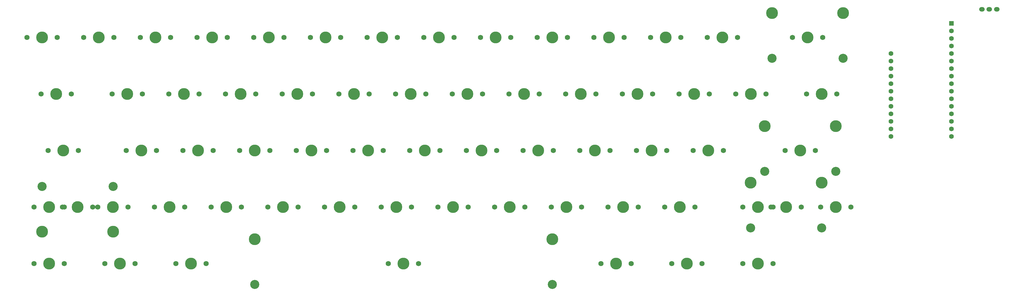
<source format=gbr>
G04 #@! TF.GenerationSoftware,KiCad,Pcbnew,(5.1.10)-1*
G04 #@! TF.CreationDate,2021-07-26T23:03:21+09:00*
G04 #@! TF.ProjectId,Snacks65,536e6163-6b73-4363-952e-6b696361645f,rev?*
G04 #@! TF.SameCoordinates,Original*
G04 #@! TF.FileFunction,Soldermask,Top*
G04 #@! TF.FilePolarity,Negative*
%FSLAX46Y46*%
G04 Gerber Fmt 4.6, Leading zero omitted, Abs format (unit mm)*
G04 Created by KiCad (PCBNEW (5.1.10)-1) date 2021-07-26 23:03:21*
%MOMM*%
%LPD*%
G01*
G04 APERTURE LIST*
%ADD10O,1.900000X1.500000*%
%ADD11C,1.600000*%
%ADD12R,1.600000X1.600000*%
%ADD13C,1.750000*%
%ADD14C,3.987800*%
%ADD15C,3.048000*%
G04 APERTURE END LIST*
D10*
G04 #@! TO.C,SW1*
X346868750Y-19843750D03*
X344368750Y-19843750D03*
X349368750Y-19843750D03*
G04 #@! TD*
D11*
G04 #@! TO.C,A1*
X313848750Y-62706250D03*
X313848750Y-60166250D03*
X313848750Y-57626250D03*
X313848750Y-55086250D03*
X313848750Y-52546250D03*
X313848750Y-50006250D03*
X313848750Y-47466250D03*
X313848750Y-44926250D03*
X313848750Y-42386250D03*
X313848750Y-39846250D03*
X313848750Y-37306250D03*
X313848750Y-34766250D03*
D12*
X334168750Y-24606250D03*
D11*
X334168750Y-27146250D03*
X334168750Y-29686250D03*
X334168750Y-32226250D03*
X334168750Y-34766250D03*
X334168750Y-37306250D03*
X334168750Y-39846250D03*
X334168750Y-42386250D03*
X334168750Y-44926250D03*
X334168750Y-47466250D03*
X334168750Y-50006250D03*
X334168750Y-52546250D03*
X334168750Y-55086250D03*
X334168750Y-57626250D03*
X334168750Y-60166250D03*
X334168750Y-62706250D03*
G04 #@! TD*
D13*
G04 #@! TO.C,SW60*
X250348750Y-105568750D03*
X240188750Y-105568750D03*
D14*
X245268750Y-105568750D03*
G04 #@! TD*
D13*
G04 #@! TO.C,SW64*
X274161250Y-105568750D03*
X264001250Y-105568750D03*
D14*
X269081250Y-105568750D03*
G04 #@! TD*
D13*
G04 #@! TO.C,SW55*
X226536250Y-105568750D03*
X216376250Y-105568750D03*
D14*
X221456250Y-105568750D03*
G04 #@! TD*
G04 #@! TO.C,SW68*
X297688000Y-21113750D03*
X273812000Y-21113750D03*
D15*
X297688000Y-36353750D03*
X273812000Y-36353750D03*
D13*
X290830000Y-29368750D03*
X280670000Y-29368750D03*
D14*
X285750000Y-29368750D03*
G04 #@! TD*
G04 #@! TO.C,SW67*
X290544250Y-78263750D03*
X266668250Y-78263750D03*
D15*
X290544250Y-93503750D03*
X266668250Y-93503750D03*
D13*
X283686250Y-86518750D03*
X273526250Y-86518750D03*
D14*
X278606250Y-86518750D03*
G04 #@! TD*
G04 #@! TO.C,SW66*
X52419250Y-94773750D03*
X28543250Y-94773750D03*
D15*
X52419250Y-79533750D03*
X28543250Y-79533750D03*
D13*
X45561250Y-86518750D03*
X35401250Y-86518750D03*
D14*
X40481250Y-86518750D03*
G04 #@! TD*
D13*
G04 #@! TO.C,SW63*
X300355000Y-86518750D03*
X290195000Y-86518750D03*
D14*
X295275000Y-86518750D03*
G04 #@! TD*
D13*
G04 #@! TO.C,SW62*
X295592500Y-48418750D03*
X285432500Y-48418750D03*
D14*
X290512500Y-48418750D03*
G04 #@! TD*
D13*
G04 #@! TO.C,SW59*
X274161250Y-86518750D03*
X264001250Y-86518750D03*
D14*
X269081250Y-86518750D03*
G04 #@! TD*
G04 #@! TO.C,SW58*
X295306750Y-59213750D03*
X271430750Y-59213750D03*
D15*
X295306750Y-74453750D03*
X271430750Y-74453750D03*
D13*
X288448750Y-67468750D03*
X278288750Y-67468750D03*
D14*
X283368750Y-67468750D03*
G04 #@! TD*
D13*
G04 #@! TO.C,SW57*
X271780000Y-48418750D03*
X261620000Y-48418750D03*
D14*
X266700000Y-48418750D03*
G04 #@! TD*
D13*
G04 #@! TO.C,SW56*
X262255000Y-29368750D03*
X252095000Y-29368750D03*
D14*
X257175000Y-29368750D03*
G04 #@! TD*
D13*
G04 #@! TO.C,SW54*
X247967500Y-86518750D03*
X237807500Y-86518750D03*
D14*
X242887500Y-86518750D03*
G04 #@! TD*
D13*
G04 #@! TO.C,SW53*
X257492500Y-67468750D03*
X247332500Y-67468750D03*
D14*
X252412500Y-67468750D03*
G04 #@! TD*
D13*
G04 #@! TO.C,SW52*
X252730000Y-48418750D03*
X242570000Y-48418750D03*
D14*
X247650000Y-48418750D03*
G04 #@! TD*
D13*
G04 #@! TO.C,SW51*
X243205000Y-29368750D03*
X233045000Y-29368750D03*
D14*
X238125000Y-29368750D03*
G04 #@! TD*
D13*
G04 #@! TO.C,SW49*
X228917500Y-86518750D03*
X218757500Y-86518750D03*
D14*
X223837500Y-86518750D03*
G04 #@! TD*
D13*
G04 #@! TO.C,SW48*
X238442500Y-67468750D03*
X228282500Y-67468750D03*
D14*
X233362500Y-67468750D03*
G04 #@! TD*
D13*
G04 #@! TO.C,SW47*
X233680000Y-48418750D03*
X223520000Y-48418750D03*
D14*
X228600000Y-48418750D03*
G04 #@! TD*
D13*
G04 #@! TO.C,SW46*
X224155000Y-29368750D03*
X213995000Y-29368750D03*
D14*
X219075000Y-29368750D03*
G04 #@! TD*
D13*
G04 #@! TO.C,SW45*
X209867500Y-86518750D03*
X199707500Y-86518750D03*
D14*
X204787500Y-86518750D03*
G04 #@! TD*
D13*
G04 #@! TO.C,SW44*
X219392500Y-67468750D03*
X209232500Y-67468750D03*
D14*
X214312500Y-67468750D03*
G04 #@! TD*
D13*
G04 #@! TO.C,SW43*
X214630000Y-48418750D03*
X204470000Y-48418750D03*
D14*
X209550000Y-48418750D03*
G04 #@! TD*
D13*
G04 #@! TO.C,SW42*
X205105000Y-29368750D03*
X194945000Y-29368750D03*
D14*
X200025000Y-29368750D03*
G04 #@! TD*
D13*
G04 #@! TO.C,SW41*
X190817500Y-86518750D03*
X180657500Y-86518750D03*
D14*
X185737500Y-86518750D03*
G04 #@! TD*
D13*
G04 #@! TO.C,SW40*
X200342500Y-67468750D03*
X190182500Y-67468750D03*
D14*
X195262500Y-67468750D03*
G04 #@! TD*
D13*
G04 #@! TO.C,SW39*
X195580000Y-48418750D03*
X185420000Y-48418750D03*
D14*
X190500000Y-48418750D03*
G04 #@! TD*
D13*
G04 #@! TO.C,SW38*
X186055000Y-29368750D03*
X175895000Y-29368750D03*
D14*
X180975000Y-29368750D03*
G04 #@! TD*
D13*
G04 #@! TO.C,SW37*
X171767500Y-86518750D03*
X161607500Y-86518750D03*
D14*
X166687500Y-86518750D03*
G04 #@! TD*
D13*
G04 #@! TO.C,SW36*
X181292500Y-67468750D03*
X171132500Y-67468750D03*
D14*
X176212500Y-67468750D03*
G04 #@! TD*
D13*
G04 #@! TO.C,SW35*
X176530000Y-48418750D03*
X166370000Y-48418750D03*
D14*
X171450000Y-48418750D03*
G04 #@! TD*
D13*
G04 #@! TO.C,SW34*
X167005000Y-29368750D03*
X156845000Y-29368750D03*
D14*
X161925000Y-29368750D03*
G04 #@! TD*
G04 #@! TO.C,SW33*
X200018650Y-97313750D03*
X100018850Y-97313750D03*
D15*
X200018650Y-112553750D03*
X100018850Y-112553750D03*
D13*
X155098750Y-105568750D03*
X144938750Y-105568750D03*
D14*
X150018750Y-105568750D03*
G04 #@! TD*
D13*
G04 #@! TO.C,SW32*
X152717500Y-86518750D03*
X142557500Y-86518750D03*
D14*
X147637500Y-86518750D03*
G04 #@! TD*
D13*
G04 #@! TO.C,SW31*
X162242500Y-67468750D03*
X152082500Y-67468750D03*
D14*
X157162500Y-67468750D03*
G04 #@! TD*
D13*
G04 #@! TO.C,SW30*
X157480000Y-48418750D03*
X147320000Y-48418750D03*
D14*
X152400000Y-48418750D03*
G04 #@! TD*
D13*
G04 #@! TO.C,SW29*
X147955000Y-29368750D03*
X137795000Y-29368750D03*
D14*
X142875000Y-29368750D03*
G04 #@! TD*
D13*
G04 #@! TO.C,SW28*
X133667500Y-86518750D03*
X123507500Y-86518750D03*
D14*
X128587500Y-86518750D03*
G04 #@! TD*
D13*
G04 #@! TO.C,SW27*
X143192500Y-67468750D03*
X133032500Y-67468750D03*
D14*
X138112500Y-67468750D03*
G04 #@! TD*
D13*
G04 #@! TO.C,SW26*
X138430000Y-48418750D03*
X128270000Y-48418750D03*
D14*
X133350000Y-48418750D03*
G04 #@! TD*
D13*
G04 #@! TO.C,SW25*
X128905000Y-29368750D03*
X118745000Y-29368750D03*
D14*
X123825000Y-29368750D03*
G04 #@! TD*
D13*
G04 #@! TO.C,SW24*
X114617500Y-86518750D03*
X104457500Y-86518750D03*
D14*
X109537500Y-86518750D03*
G04 #@! TD*
D13*
G04 #@! TO.C,SW23*
X124142500Y-67468750D03*
X113982500Y-67468750D03*
D14*
X119062500Y-67468750D03*
G04 #@! TD*
D13*
G04 #@! TO.C,SW22*
X119380000Y-48418750D03*
X109220000Y-48418750D03*
D14*
X114300000Y-48418750D03*
G04 #@! TD*
D13*
G04 #@! TO.C,SW21*
X109855000Y-29368750D03*
X99695000Y-29368750D03*
D14*
X104775000Y-29368750D03*
G04 #@! TD*
D13*
G04 #@! TO.C,SW20*
X95567500Y-86518750D03*
X85407500Y-86518750D03*
D14*
X90487500Y-86518750D03*
G04 #@! TD*
D13*
G04 #@! TO.C,SW19*
X105092500Y-67468750D03*
X94932500Y-67468750D03*
D14*
X100012500Y-67468750D03*
G04 #@! TD*
D13*
G04 #@! TO.C,SW18*
X100330000Y-48418750D03*
X90170000Y-48418750D03*
D14*
X95250000Y-48418750D03*
G04 #@! TD*
D13*
G04 #@! TO.C,SW17*
X90805000Y-29368750D03*
X80645000Y-29368750D03*
D14*
X85725000Y-29368750D03*
G04 #@! TD*
D13*
G04 #@! TO.C,SW16*
X83661250Y-105568750D03*
X73501250Y-105568750D03*
D14*
X78581250Y-105568750D03*
G04 #@! TD*
D13*
G04 #@! TO.C,SW15*
X76517500Y-86518750D03*
X66357500Y-86518750D03*
D14*
X71437500Y-86518750D03*
G04 #@! TD*
D13*
G04 #@! TO.C,SW14*
X86042500Y-67468750D03*
X75882500Y-67468750D03*
D14*
X80962500Y-67468750D03*
G04 #@! TD*
D13*
G04 #@! TO.C,SW13*
X81280000Y-48418750D03*
X71120000Y-48418750D03*
D14*
X76200000Y-48418750D03*
G04 #@! TD*
D13*
G04 #@! TO.C,SW12*
X71755000Y-29368750D03*
X61595000Y-29368750D03*
D14*
X66675000Y-29368750D03*
G04 #@! TD*
D13*
G04 #@! TO.C,SW11*
X59848750Y-105568750D03*
X49688750Y-105568750D03*
D14*
X54768750Y-105568750D03*
G04 #@! TD*
D13*
G04 #@! TO.C,SW10*
X57467500Y-86518750D03*
X47307500Y-86518750D03*
D14*
X52387500Y-86518750D03*
G04 #@! TD*
D13*
G04 #@! TO.C,SW9*
X66992500Y-67468750D03*
X56832500Y-67468750D03*
D14*
X61912500Y-67468750D03*
G04 #@! TD*
D13*
G04 #@! TO.C,SW8*
X62230000Y-48418750D03*
X52070000Y-48418750D03*
D14*
X57150000Y-48418750D03*
G04 #@! TD*
D13*
G04 #@! TO.C,SW7*
X52705000Y-29368750D03*
X42545000Y-29368750D03*
D14*
X47625000Y-29368750D03*
G04 #@! TD*
D13*
G04 #@! TO.C,SW6*
X36036250Y-105568750D03*
X25876250Y-105568750D03*
D14*
X30956250Y-105568750D03*
G04 #@! TD*
D13*
G04 #@! TO.C,SW5*
X36036250Y-86518750D03*
X25876250Y-86518750D03*
D14*
X30956250Y-86518750D03*
G04 #@! TD*
D13*
G04 #@! TO.C,SW4*
X40798750Y-67468750D03*
X30638750Y-67468750D03*
D14*
X35718750Y-67468750D03*
G04 #@! TD*
D13*
G04 #@! TO.C,SW3*
X38417500Y-48418750D03*
X28257500Y-48418750D03*
D14*
X33337500Y-48418750D03*
G04 #@! TD*
D13*
G04 #@! TO.C,SW2*
X33655000Y-29368750D03*
X23495000Y-29368750D03*
D14*
X28575000Y-29368750D03*
G04 #@! TD*
M02*

</source>
